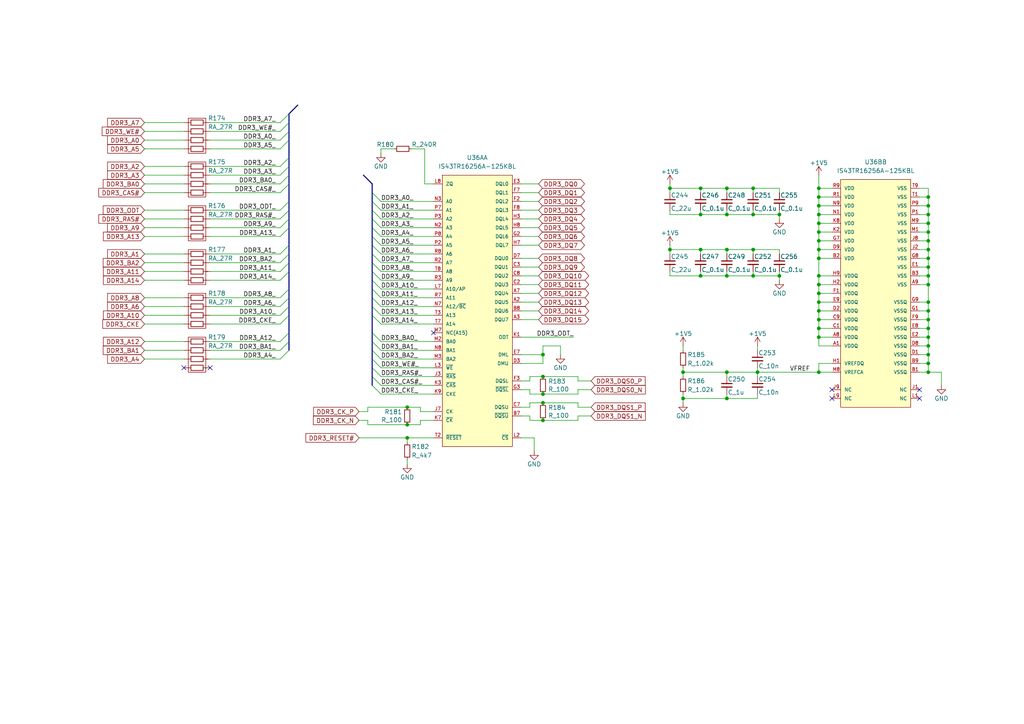
<source format=kicad_sch>
(kicad_sch (version 20250114) (generator "eeschema") (generator_version "9.0")
  (paper "A4")
  (title_block (rev "v2") (comment 1 "Copyright Dejan Priversek 2017"))
  (junction (at 237.49 97.79))
  (junction (at 269.24 74.93))
  (junction (at 210.82 72.39))
  (junction (at 269.24 92.71))
  (junction (at 237.49 64.77))
  (junction (at 237.49 80.01))
  (junction (at 237.49 107.95))
  (junction (at 269.24 100.33))
  (junction (at 269.24 80.01))
  (junction (at 237.49 57.15))
  (junction (at 269.24 72.39))
  (junction (at 237.49 67.31))
  (junction (at 269.24 62.23))
  (junction (at 237.49 85.09))
  (junction (at 198.12 107.95))
  (junction (at 237.49 82.55))
  (junction (at 157.48 102.87))
  (junction (at 269.24 90.17))
  (junction (at 203.2 54.61))
  (junction (at 269.24 67.31))
  (junction (at 269.24 95.25))
  (junction (at 203.2 72.39))
  (junction (at 269.24 77.47))
  (junction (at 218.44 54.61))
  (junction (at 218.44 62.23))
  (junction (at 237.49 59.69))
  (junction (at 157.48 116.84))
  (junction (at 226.06 80.01))
  (junction (at 269.24 69.85))
  (junction (at 237.49 87.63))
  (junction (at 157.48 114.3))
  (junction (at 210.82 62.23))
  (junction (at 269.24 97.79))
  (junction (at 269.24 82.55))
  (junction (at 218.44 72.39))
  (junction (at 269.24 59.69))
  (junction (at 118.11 127))
  (junction (at 210.82 115.57))
  (junction (at 237.49 74.93))
  (junction (at 237.49 90.17))
  (junction (at 218.44 80.01))
  (junction (at 269.24 105.41))
  (junction (at 210.82 107.95))
  (junction (at 269.24 107.95))
  (junction (at 157.48 109.22))
  (junction (at 194.31 54.61))
  (junction (at 203.2 62.23))
  (junction (at 194.31 72.39))
  (junction (at 237.49 95.25))
  (junction (at 203.2 80.01))
  (junction (at 226.06 62.23))
  (junction (at 269.24 57.15))
  (junction (at 237.49 54.61))
  (junction (at 269.24 102.87))
  (junction (at 157.48 121.92))
  (junction (at 198.12 115.57))
  (junction (at 219.71 107.95))
  (junction (at 118.11 123.19))
  (junction (at 210.82 80.01))
  (junction (at 237.49 92.71))
  (junction (at 237.49 69.85))
  (junction (at 269.24 64.77))
  (junction (at 237.49 72.39))
  (junction (at 210.82 54.61))
  (junction (at 269.24 87.63))
  (junction (at 118.11 118.11))
  (junction (at 237.49 62.23))
  (no_connect (at 53.34 106.68))
  (no_connect (at 241.3 113.03))
  (no_connect (at 241.3 115.57))
  (no_connect (at 125.73 96.52))
  (no_connect (at 60.96 106.68))
  (no_connect (at 266.7 113.03))
  (no_connect (at 266.7 115.57))
  (bus_entry (at 81.28 50.8) (size 2.54 -2.54))
  (bus_entry (at 81.28 55.88) (size 2.54 -2.54))
  (bus_entry (at 81.28 76.2) (size 2.54 -2.54))
  (bus_entry (at 81.28 35.56) (size 2.54 -2.54))
  (bus_entry (at 107.95 81.28) (size 2.54 2.54))
  (bus_entry (at 107.95 78.74) (size 2.54 2.54))
  (bus_entry (at 107.95 68.58) (size 2.54 2.54))
  (bus_entry (at 81.28 88.9) (size 2.54 -2.54))
  (bus_entry (at 81.28 86.36) (size 2.54 -2.54))
  (bus_entry (at 81.28 63.5) (size 2.54 -2.54))
  (bus_entry (at 81.28 99.06) (size 2.54 -2.54))
  (bus_entry (at 81.28 43.18) (size 2.54 -2.54))
  (bus_entry (at 107.95 55.88) (size 2.54 2.54))
  (bus_entry (at 107.95 66.04) (size 2.54 2.54))
  (bus_entry (at 107.95 99.06) (size 2.54 2.54))
  (bus_entry (at 107.95 58.42) (size 2.54 2.54))
  (bus_entry (at 107.95 91.44) (size 2.54 2.54))
  (bus_entry (at 107.95 106.68) (size 2.54 2.54))
  (bus_entry (at 81.28 60.96) (size 2.54 -2.54))
  (bus_entry (at 81.28 68.58) (size 2.54 -2.54))
  (bus_entry (at 107.95 83.82) (size 2.54 2.54))
  (bus_entry (at 81.28 38.1) (size 2.54 -2.54))
  (bus_entry (at 81.28 73.66) (size 2.54 -2.54))
  (bus_entry (at 107.95 76.2) (size 2.54 2.54))
  (bus_entry (at 107.95 73.66) (size 2.54 2.54))
  (bus_entry (at 107.95 71.12) (size 2.54 2.54))
  (bus_entry (at 81.28 53.34) (size 2.54 -2.54))
  (bus_entry (at 81.28 78.74) (size 2.54 -2.54))
  (bus_entry (at 81.28 66.04) (size 2.54 -2.54))
  (bus_entry (at 81.28 93.98) (size 2.54 -2.54))
  (bus_entry (at 81.28 48.26) (size 2.54 -2.54))
  (bus_entry (at 107.95 111.76) (size 2.54 2.54))
  (bus_entry (at 107.95 104.14) (size 2.54 2.54))
  (bus_entry (at 81.28 40.64) (size 2.54 -2.54))
  (bus_entry (at 81.28 91.44) (size 2.54 -2.54))
  (bus_entry (at 107.95 88.9) (size 2.54 2.54))
  (bus_entry (at 107.95 101.6) (size 2.54 2.54))
  (bus_entry (at 107.95 86.36) (size 2.54 2.54))
  (bus_entry (at 107.95 96.52) (size 2.54 2.54))
  (bus_entry (at 107.95 63.5) (size 2.54 2.54))
  (bus_entry (at 107.95 109.22) (size 2.54 2.54))
  (bus_entry (at 81.28 81.28) (size 2.54 -2.54))
  (bus_entry (at 81.28 104.14) (size 2.54 -2.54))
  (bus_entry (at 81.28 101.6) (size 2.54 -2.54))
  (bus_entry (at 107.95 60.96) (size 2.54 2.54))
  (wire (pts (xy 269.24 107.95) (xy 273.05 107.95)))
  (wire (pts (xy 269.24 105.41) (xy 269.24 107.95)))
  (wire (pts (xy 151.13 55.88) (xy 156.21 55.88)))
  (wire (pts (xy 218.44 54.61) (xy 226.06 54.61)))
  (bus (pts (xy 107.95 96.52) (xy 107.95 99.06)))
  (wire (pts (xy 269.24 105.41) (xy 266.7 105.41)))
  (wire (pts (xy 210.82 72.39) (xy 218.44 72.39)))
  (wire (pts (xy 123.19 43.18) (xy 119.38 43.18)))
  (wire (pts (xy 125.73 88.9) (xy 110.49 88.9)))
  (wire (pts (xy 153.67 113.03) (xy 153.67 114.3)))
  (wire (pts (xy 269.24 90.17) (xy 269.24 92.71)))
  (bus (pts (xy 83.82 83.82) (xy 83.82 86.36)))
  (wire (pts (xy 194.31 62.23) (xy 203.2 62.23)))
  (wire (pts (xy 110.49 114.3) (xy 125.73 114.3)))
  (wire (pts (xy 60.96 40.64) (xy 81.28 40.64)))
  (wire (pts (xy 41.91 78.74) (xy 53.34 78.74)))
  (bus (pts (xy 83.82 35.56) (xy 83.82 38.1)))
  (wire (pts (xy 41.91 93.98) (xy 53.34 93.98)))
  (wire (pts (xy 118.11 127) (xy 125.73 127)))
  (wire (pts (xy 210.82 80.01) (xy 210.82 78.74)))
  (wire (pts (xy 203.2 72.39) (xy 203.2 73.66)))
  (wire (pts (xy 237.49 105.41) (xy 237.49 107.95)))
  (wire (pts (xy 157.48 100.33) (xy 157.48 102.87)))
  (wire (pts (xy 60.96 81.28) (xy 81.28 81.28)))
  (wire (pts (xy 210.82 114.3) (xy 210.82 115.57)))
  (wire (pts (xy 198.12 106.68) (xy 198.12 107.95)))
  (wire (pts (xy 237.49 59.69) (xy 237.49 62.23)))
  (wire (pts (xy 210.82 72.39) (xy 210.82 73.66)))
  (wire (pts (xy 41.91 66.04) (xy 53.34 66.04)))
  (bus (pts (xy 107.95 101.6) (xy 107.95 104.14)))
  (wire (pts (xy 237.49 67.31) (xy 241.3 67.31)))
  (wire (pts (xy 269.24 74.93) (xy 266.7 74.93)))
  (wire (pts (xy 237.49 80.01) (xy 237.49 82.55)))
  (wire (pts (xy 237.49 64.77) (xy 237.49 67.31)))
  (wire (pts (xy 151.13 53.34) (xy 156.21 53.34)))
  (wire (pts (xy 153.67 118.11) (xy 151.13 118.11)))
  (wire (pts (xy 219.71 107.95) (xy 219.71 109.22)))
  (wire (pts (xy 219.71 106.68) (xy 219.71 107.95)))
  (wire (pts (xy 237.49 95.25) (xy 241.3 95.25)))
  (wire (pts (xy 60.96 88.9) (xy 81.28 88.9)))
  (wire (pts (xy 203.2 54.61) (xy 210.82 54.61)))
  (wire (pts (xy 167.64 121.92) (xy 167.64 120.65)))
  (wire (pts (xy 60.96 60.96) (xy 81.28 60.96)))
  (wire (pts (xy 226.06 60.96) (xy 226.06 62.23)))
  (wire (pts (xy 125.73 104.14) (xy 110.49 104.14)))
  (wire (pts (xy 218.44 80.01) (xy 218.44 78.74)))
  (wire (pts (xy 203.2 62.23) (xy 210.82 62.23)))
  (wire (pts (xy 210.82 62.23) (xy 218.44 62.23)))
  (wire (pts (xy 151.13 120.65) (xy 153.67 120.65)))
  (wire (pts (xy 171.45 110.49) (xy 167.64 110.49)))
  (wire (pts (xy 157.48 109.22) (xy 153.67 109.22)))
  (wire (pts (xy 125.73 121.92) (xy 121.92 121.92)))
  (wire (pts (xy 269.24 57.15) (xy 269.24 59.69)))
  (wire (pts (xy 125.73 58.42) (xy 110.49 58.42)))
  (wire (pts (xy 118.11 128.27) (xy 118.11 127)))
  (wire (pts (xy 151.13 90.17) (xy 156.21 90.17)))
  (wire (pts (xy 60.96 48.26) (xy 81.28 48.26)))
  (wire (pts (xy 269.24 92.71) (xy 269.24 95.25)))
  (wire (pts (xy 237.49 82.55) (xy 241.3 82.55)))
  (bus (pts (xy 83.82 71.12) (xy 83.82 73.66)))
  (wire (pts (xy 60.96 55.88) (xy 81.28 55.88)))
  (wire (pts (xy 269.24 80.01) (xy 266.7 80.01)))
  (wire (pts (xy 203.2 54.61) (xy 203.2 55.88)))
  (bus (pts (xy 83.82 50.8) (xy 83.82 53.34)))
  (wire (pts (xy 41.91 43.18) (xy 53.34 43.18)))
  (wire (pts (xy 41.91 35.56) (xy 53.34 35.56)))
  (wire (pts (xy 167.64 114.3) (xy 167.64 113.03)))
  (wire (pts (xy 167.64 116.84) (xy 157.48 116.84)))
  (wire (pts (xy 41.91 101.6) (xy 53.34 101.6)))
  (wire (pts (xy 151.13 97.79) (xy 166.37 97.79)))
  (wire (pts (xy 41.91 53.34) (xy 53.34 53.34)))
  (wire (pts (xy 269.24 82.55) (xy 269.24 87.63)))
  (wire (pts (xy 104.14 127) (xy 118.11 127)))
  (wire (pts (xy 157.48 102.87) (xy 157.48 105.41)))
  (wire (pts (xy 194.31 80.01) (xy 203.2 80.01)))
  (wire (pts (xy 237.49 95.25) (xy 237.49 97.79)))
  (wire (pts (xy 219.71 115.57) (xy 219.71 114.3)))
  (wire (pts (xy 151.13 113.03) (xy 153.67 113.03)))
  (wire (pts (xy 41.91 76.2) (xy 53.34 76.2)))
  (wire (pts (xy 167.64 110.49) (xy 167.64 109.22)))
  (bus (pts (xy 107.95 63.5) (xy 107.95 66.04)))
  (wire (pts (xy 151.13 66.04) (xy 156.21 66.04)))
  (wire (pts (xy 237.49 72.39) (xy 237.49 74.93)))
  (wire (pts (xy 125.73 76.2) (xy 110.49 76.2)))
  (wire (pts (xy 125.73 66.04) (xy 110.49 66.04)))
  (wire (pts (xy 162.56 100.33) (xy 162.56 102.87)))
  (wire (pts (xy 118.11 133.35) (xy 118.11 134.62)))
  (wire (pts (xy 41.91 81.28) (xy 53.34 81.28)))
  (bus (pts (xy 83.82 88.9) (xy 83.82 91.44)))
  (wire (pts (xy 237.49 59.69) (xy 241.3 59.69)))
  (wire (pts (xy 269.24 62.23) (xy 269.24 64.77)))
  (bus (pts (xy 107.95 53.34) (xy 107.95 55.88)))
  (wire (pts (xy 41.91 88.9) (xy 53.34 88.9)))
  (wire (pts (xy 41.91 63.5) (xy 53.34 63.5)))
  (wire (pts (xy 194.31 80.01) (xy 194.31 78.74)))
  (wire (pts (xy 157.48 100.33) (xy 162.56 100.33)))
  (wire (pts (xy 194.31 71.12) (xy 194.31 72.39)))
  (bus (pts (xy 107.95 66.04) (xy 107.95 68.58)))
  (wire (pts (xy 151.13 77.47) (xy 156.21 77.47)))
  (wire (pts (xy 226.06 80.01) (xy 226.06 81.28)))
  (wire (pts (xy 151.13 92.71) (xy 156.21 92.71)))
  (bus (pts (xy 83.82 38.1) (xy 83.82 40.64)))
  (bus (pts (xy 107.95 86.36) (xy 107.95 88.9)))
  (wire (pts (xy 269.24 92.71) (xy 266.7 92.71)))
  (wire (pts (xy 151.13 68.58) (xy 156.21 68.58)))
  (wire (pts (xy 41.91 55.88) (xy 53.34 55.88)))
  (wire (pts (xy 151.13 85.09) (xy 156.21 85.09)))
  (wire (pts (xy 110.49 43.18) (xy 110.49 44.45)))
  (bus (pts (xy 83.82 86.36) (xy 83.82 88.9)))
  (wire (pts (xy 41.91 68.58) (xy 53.34 68.58)))
  (bus (pts (xy 107.95 104.14) (xy 107.95 106.68)))
  (bus (pts (xy 83.82 33.02) (xy 86.36 30.48)))
  (bus (pts (xy 107.95 99.06) (xy 107.95 101.6)))
  (wire (pts (xy 121.92 118.11) (xy 118.11 118.11)))
  (bus (pts (xy 107.95 81.28) (xy 107.95 83.82)))
  (wire (pts (xy 237.49 50.8) (xy 237.49 54.61)))
  (wire (pts (xy 106.68 119.38) (xy 106.68 118.11)))
  (wire (pts (xy 123.19 53.34) (xy 123.19 43.18)))
  (wire (pts (xy 269.24 59.69) (xy 266.7 59.69)))
  (wire (pts (xy 154.94 127) (xy 151.13 127)))
  (bus (pts (xy 105.41 50.8) (xy 107.95 53.34)))
  (wire (pts (xy 125.73 86.36) (xy 110.49 86.36)))
  (wire (pts (xy 60.96 86.36) (xy 81.28 86.36)))
  (wire (pts (xy 151.13 74.93) (xy 156.21 74.93)))
  (wire (pts (xy 237.49 87.63) (xy 237.49 90.17)))
  (wire (pts (xy 151.13 60.96) (xy 156.21 60.96)))
  (wire (pts (xy 269.24 87.63) (xy 266.7 87.63)))
  (bus (pts (xy 107.95 91.44) (xy 107.95 96.52)))
  (wire (pts (xy 237.49 72.39) (xy 241.3 72.39)))
  (wire (pts (xy 237.49 82.55) (xy 237.49 85.09)))
  (wire (pts (xy 60.96 63.5) (xy 81.28 63.5)))
  (wire (pts (xy 273.05 107.95) (xy 273.05 111.76)))
  (bus (pts (xy 107.95 73.66) (xy 107.95 76.2)))
  (wire (pts (xy 60.96 38.1) (xy 81.28 38.1)))
  (wire (pts (xy 226.06 54.61) (xy 226.06 55.88)))
  (bus (pts (xy 107.95 88.9) (xy 107.95 91.44)))
  (wire (pts (xy 41.91 48.26) (xy 53.34 48.26)))
  (wire (pts (xy 41.91 104.14) (xy 53.34 104.14)))
  (wire (pts (xy 269.24 67.31) (xy 266.7 67.31)))
  (wire (pts (xy 157.48 116.84) (xy 153.67 116.84)))
  (bus (pts (xy 83.82 33.02) (xy 83.82 35.56)))
  (wire (pts (xy 269.24 90.17) (xy 266.7 90.17)))
  (wire (pts (xy 237.49 87.63) (xy 241.3 87.63)))
  (wire (pts (xy 198.12 114.3) (xy 198.12 115.57)))
  (bus (pts (xy 107.95 83.82) (xy 107.95 86.36)))
  (wire (pts (xy 125.73 71.12) (xy 110.49 71.12)))
  (wire (pts (xy 237.49 85.09) (xy 237.49 87.63)))
  (wire (pts (xy 41.91 60.96) (xy 53.34 60.96)))
  (wire (pts (xy 237.49 57.15) (xy 241.3 57.15)))
  (wire (pts (xy 151.13 102.87) (xy 157.48 102.87)))
  (wire (pts (xy 218.44 72.39) (xy 226.06 72.39)))
  (bus (pts (xy 107.95 55.88) (xy 107.95 58.42)))
  (wire (pts (xy 121.92 121.92) (xy 121.92 123.19)))
  (wire (pts (xy 104.14 119.38) (xy 106.68 119.38)))
  (wire (pts (xy 125.73 99.06) (xy 110.49 99.06)))
  (bus (pts (xy 83.82 66.04) (xy 83.82 71.12)))
  (bus (pts (xy 83.82 60.96) (xy 83.82 63.5)))
  (wire (pts (xy 194.31 54.61) (xy 203.2 54.61)))
  (wire (pts (xy 154.94 127) (xy 154.94 130.81)))
  (wire (pts (xy 269.24 64.77) (xy 266.7 64.77)))
  (wire (pts (xy 60.96 50.8) (xy 81.28 50.8)))
  (bus (pts (xy 83.82 45.72) (xy 83.82 48.26)))
  (wire (pts (xy 60.96 53.34) (xy 81.28 53.34)))
  (wire (pts (xy 269.24 87.63) (xy 269.24 90.17)))
  (wire (pts (xy 153.67 121.92) (xy 157.48 121.92)))
  (wire (pts (xy 106.68 121.92) (xy 106.68 123.19)))
  (wire (pts (xy 60.96 91.44) (xy 81.28 91.44)))
  (wire (pts (xy 266.7 57.15) (xy 269.24 57.15)))
  (wire (pts (xy 269.24 100.33) (xy 266.7 100.33)))
  (wire (pts (xy 237.49 80.01) (xy 241.3 80.01)))
  (wire (pts (xy 269.24 72.39) (xy 266.7 72.39)))
  (wire (pts (xy 210.82 107.95) (xy 219.71 107.95)))
  (wire (pts (xy 237.49 69.85) (xy 237.49 72.39)))
  (bus (pts (xy 107.95 71.12) (xy 107.95 73.66)))
  (wire (pts (xy 194.31 54.61) (xy 194.31 55.88)))
  (wire (pts (xy 153.67 120.65) (xy 153.67 121.92)))
  (wire (pts (xy 167.64 113.03) (xy 171.45 113.03)))
  (wire (pts (xy 153.67 110.49) (xy 151.13 110.49)))
  (wire (pts (xy 167.64 120.65) (xy 171.45 120.65)))
  (bus (pts (xy 83.82 76.2) (xy 83.82 78.74)))
  (wire (pts (xy 157.48 114.3) (xy 167.64 114.3)))
  (wire (pts (xy 269.24 67.31) (xy 269.24 69.85)))
  (wire (pts (xy 269.24 54.61) (xy 266.7 54.61)))
  (bus (pts (xy 83.82 48.26) (xy 83.82 50.8)))
  (wire (pts (xy 269.24 102.87) (xy 269.24 105.41)))
  (wire (pts (xy 269.24 64.77) (xy 269.24 67.31)))
  (wire (pts (xy 219.71 107.95) (xy 237.49 107.95)))
  (wire (pts (xy 219.71 100.33) (xy 219.71 101.6)))
  (wire (pts (xy 194.31 53.34) (xy 194.31 54.61)))
  (wire (pts (xy 198.12 115.57) (xy 198.12 116.84)))
  (wire (pts (xy 237.49 90.17) (xy 237.49 92.71)))
  (wire (pts (xy 218.44 60.96) (xy 218.44 62.23)))
  (wire (pts (xy 198.12 107.95) (xy 198.12 109.22)))
  (bus (pts (xy 107.95 68.58) (xy 107.95 71.12)))
  (wire (pts (xy 218.44 72.39) (xy 218.44 73.66)))
  (wire (pts (xy 269.24 95.25) (xy 269.24 97.79)))
  (wire (pts (xy 210.82 109.22) (xy 210.82 107.95)))
  (bus (pts (xy 83.82 78.74) (xy 83.82 83.82)))
  (wire (pts (xy 237.49 62.23) (xy 237.49 64.77)))
  (wire (pts (xy 151.13 87.63) (xy 156.21 87.63)))
  (wire (pts (xy 269.24 97.79) (xy 266.7 97.79)))
  (wire (pts (xy 237.49 107.95) (xy 241.3 107.95)))
  (wire (pts (xy 125.73 101.6) (xy 110.49 101.6)))
  (wire (pts (xy 210.82 60.96) (xy 210.82 62.23)))
  (wire (pts (xy 269.24 77.47) (xy 266.7 77.47)))
  (wire (pts (xy 125.73 53.34) (xy 123.19 53.34)))
  (wire (pts (xy 218.44 80.01) (xy 226.06 80.01)))
  (wire (pts (xy 203.2 72.39) (xy 210.82 72.39)))
  (wire (pts (xy 41.91 73.66) (xy 53.34 73.66)))
  (wire (pts (xy 237.49 54.61) (xy 237.49 57.15)))
  (wire (pts (xy 237.49 57.15) (xy 237.49 59.69)))
  (wire (pts (xy 41.91 50.8) (xy 53.34 50.8)))
  (wire (pts (xy 157.48 105.41) (xy 151.13 105.41)))
  (wire (pts (xy 167.64 109.22) (xy 157.48 109.22)))
  (wire (pts (xy 237.49 85.09) (xy 241.3 85.09)))
  (wire (pts (xy 269.24 100.33) (xy 269.24 102.87)))
  (wire (pts (xy 60.96 35.56) (xy 81.28 35.56)))
  (wire (pts (xy 198.12 107.95) (xy 210.82 107.95)))
  (wire (pts (xy 237.49 67.31) (xy 237.49 69.85)))
  (wire (pts (xy 157.48 121.92) (xy 167.64 121.92)))
  (wire (pts (xy 110.49 109.22) (xy 125.73 109.22)))
  (wire (pts (xy 118.11 123.19) (xy 121.92 123.19)))
  (wire (pts (xy 125.73 63.5) (xy 110.49 63.5)))
  (wire (pts (xy 125.73 60.96) (xy 110.49 60.96)))
  (wire (pts (xy 237.49 64.77) (xy 241.3 64.77)))
  (wire (pts (xy 151.13 80.01) (xy 156.21 80.01)))
  (wire (pts (xy 153.67 116.84) (xy 153.67 118.11)))
  (wire (pts (xy 153.67 114.3) (xy 157.48 114.3)))
  (bus (pts (xy 107.95 76.2) (xy 107.95 78.74)))
  (wire (pts (xy 153.67 109.22) (xy 153.67 110.49)))
  (wire (pts (xy 151.13 71.12) (xy 156.21 71.12)))
  (wire (pts (xy 210.82 54.61) (xy 218.44 54.61)))
  (wire (pts (xy 269.24 69.85) (xy 266.7 69.85)))
  (wire (pts (xy 151.13 63.5) (xy 156.21 63.5)))
  (wire (pts (xy 125.73 78.74) (xy 110.49 78.74)))
  (wire (pts (xy 241.3 54.61) (xy 237.49 54.61)))
  (wire (pts (xy 269.24 72.39) (xy 269.24 74.93)))
  (bus (pts (xy 83.82 73.66) (xy 83.82 76.2)))
  (wire (pts (xy 41.91 99.06) (xy 53.34 99.06)))
  (wire (pts (xy 210.82 54.61) (xy 210.82 55.88)))
  (wire (pts (xy 237.49 97.79) (xy 241.3 97.79)))
  (wire (pts (xy 125.73 73.66) (xy 110.49 73.66)))
  (wire (pts (xy 237.49 92.71) (xy 237.49 95.25)))
  (wire (pts (xy 194.31 72.39) (xy 194.31 73.66)))
  (wire (pts (xy 171.45 118.11) (xy 167.64 118.11)))
  (bus (pts (xy 83.82 63.5) (xy 83.82 66.04)))
  (wire (pts (xy 194.31 62.23) (xy 194.31 60.96)))
  (wire (pts (xy 125.73 93.98) (xy 110.49 93.98)))
  (wire (pts (xy 60.96 66.04) (xy 81.28 66.04)))
  (wire (pts (xy 60.96 68.58) (xy 81.28 68.58)))
  (wire (pts (xy 203.2 60.96) (xy 203.2 62.23)))
  (wire (pts (xy 60.96 78.74) (xy 81.28 78.74)))
  (wire (pts (xy 41.91 40.64) (xy 53.34 40.64)))
  (wire (pts (xy 237.49 90.17) (xy 241.3 90.17)))
  (wire (pts (xy 41.91 86.36) (xy 53.34 86.36)))
  (wire (pts (xy 114.3 43.18) (xy 110.49 43.18)))
  (wire (pts (xy 125.73 119.38) (xy 121.92 119.38)))
  (wire (pts (xy 237.49 74.93) (xy 241.3 74.93)))
  (bus (pts (xy 83.82 53.34) (xy 83.82 58.42)))
  (wire (pts (xy 125.73 68.58) (xy 110.49 68.58)))
  (wire (pts (xy 60.96 104.14) (xy 81.28 104.14)))
  (bus (pts (xy 83.82 40.64) (xy 83.82 45.72)))
  (wire (pts (xy 269.24 62.23) (xy 266.7 62.23)))
  (wire (pts (xy 210.82 80.01) (xy 218.44 80.01)))
  (wire (pts (xy 237.49 74.93) (xy 237.49 80.01)))
  (wire (pts (xy 198.12 101.6) (xy 198.12 100.33)))
  (wire (pts (xy 218.44 62.23) (xy 226.06 62.23)))
  (wire (pts (xy 203.2 80.01) (xy 210.82 80.01)))
  (bus (pts (xy 107.95 109.22) (xy 107.95 111.76)))
  (wire (pts (xy 269.24 69.85) (xy 269.24 72.39)))
  (wire (pts (xy 269.24 95.25) (xy 266.7 95.25)))
  (wire (pts (xy 125.73 83.82) (xy 110.49 83.82)))
  (wire (pts (xy 60.96 43.18) (xy 81.28 43.18)))
  (wire (pts (xy 104.14 121.92) (xy 106.68 121.92)))
  (wire (pts (xy 269.24 82.55) (xy 266.7 82.55)))
  (wire (pts (xy 60.96 73.66) (xy 81.28 73.66)))
  (wire (pts (xy 226.06 72.39) (xy 226.06 73.66)))
  (wire (pts (xy 110.49 106.68) (xy 125.73 106.68)))
  (wire (pts (xy 121.92 119.38) (xy 121.92 118.11)))
  (wire (pts (xy 237.49 69.85) (xy 241.3 69.85)))
  (wire (pts (xy 60.96 99.06) (xy 81.28 99.06)))
  (wire (pts (xy 269.24 77.47) (xy 269.24 80.01)))
  (wire (pts (xy 237.49 92.71) (xy 241.3 92.71)))
  (wire (pts (xy 269.24 102.87) (xy 266.7 102.87)))
  (bus (pts (xy 107.95 106.68) (xy 107.95 109.22)))
  (wire (pts (xy 110.49 111.76) (xy 125.73 111.76)))
  (wire (pts (xy 60.96 76.2) (xy 81.28 76.2)))
  (wire (pts (xy 60.96 101.6) (xy 81.28 101.6)))
  (wire (pts (xy 125.73 91.44) (xy 110.49 91.44)))
  (wire (pts (xy 237.49 62.23) (xy 241.3 62.23)))
  (wire (pts (xy 106.68 123.19) (xy 118.11 123.19)))
  (bus (pts (xy 83.82 58.42) (xy 83.82 60.96)))
  (wire (pts (xy 218.44 54.61) (xy 218.44 55.88)))
  (bus (pts (xy 107.95 60.96) (xy 107.95 63.5)))
  (wire (pts (xy 203.2 78.74) (xy 203.2 80.01)))
  (bus (pts (xy 83.82 99.06) (xy 83.82 101.6)))
  (wire (pts (xy 226.06 78.74) (xy 226.06 80.01)))
  (bus (pts (xy 107.95 58.42) (xy 107.95 60.96)))
  (wire (pts (xy 269.24 74.93) (xy 269.24 77.47)))
  (bus (pts (xy 83.82 96.52) (xy 83.82 99.06)))
  (wire (pts (xy 198.12 115.57) (xy 210.82 115.57)))
  (wire (pts (xy 60.96 93.98) (xy 81.28 93.98)))
  (wire (pts (xy 269.24 54.61) (xy 269.24 57.15)))
  (wire (pts (xy 210.82 115.57) (xy 219.71 115.57)))
  (wire (pts (xy 237.49 100.33) (xy 241.3 100.33)))
  (wire (pts (xy 151.13 58.42) (xy 156.21 58.42)))
  (wire (pts (xy 266.7 107.95) (xy 269.24 107.95)))
  (bus (pts (xy 107.95 78.74) (xy 107.95 81.28)))
  (wire (pts (xy 167.64 118.11) (xy 167.64 116.84)))
  (wire (pts (xy 226.06 62.23) (xy 226.06 63.5)))
  (wire (pts (xy 41.91 38.1) (xy 53.34 38.1)))
  (wire (pts (xy 118.11 118.11) (xy 106.68 118.11)))
  (wire (pts (xy 151.13 82.55) (xy 156.21 82.55)))
  (wire (pts (xy 269.24 59.69) (xy 269.24 62.23)))
  (wire (pts (xy 269.24 80.01) (xy 269.24 82.55)))
  (wire (pts (xy 41.91 91.44) (xy 53.34 91.44)))
  (bus (pts (xy 83.82 91.44) (xy 83.82 96.52)))
  (wire (pts (xy 125.73 81.28) (xy 110.49 81.28)))
  (wire (pts (xy 237.49 97.79) (xy 237.49 100.33)))
  (wire (pts (xy 194.31 72.39) (xy 203.2 72.39)))
  (wire (pts (xy 237.49 105.41) (xy 241.3 105.41)))
  (wire (pts (xy 269.24 97.79) (xy 269.24 100.33)))
  (label "DDR3_A12_" (at 110.49 88.9 0))
  (label "DDR3_A4_" (at 80.01 104.14 180))
  (label "DDR3_A9_" (at 110.49 81.28 0))
  (label "DDR3_A4_" (at 110.49 68.58 0))
  (label "DDR3_RAS#_" (at 110.49 109.22 0))
  (label "DDR3_A6_" (at 110.49 73.66 0))
  (label "DDR3_BA1_" (at 80.01 101.6 180))
  (label "DDR3_A7_" (at 110.49 76.2 0))
  (label "DDR3_A0_" (at 80.01 40.64 180))
  (label "DDR3_A3_" (at 80.01 50.8 180))
  (label "DDR3_A8_" (at 110.49 78.74 0))
  (label "DDR3_BA2_" (at 80.01 76.2 180))
  (label "DDR3_WE#_" (at 80.01 38.1 180))
  (label "DDR3_A5_" (at 110.49 71.12 0))
  (label "DDR3_A13_" (at 110.49 91.44 0))
  (label "DDR3_ODT_" (at 80.01 60.96 180))
  (label "DDR3_RAS#_" (at 80.01 63.5 180))
  (label "DDR3_BA2_" (at 110.49 104.14 0))
  (label "VFREF" (at 234.95 107.95 180))
  (label "DDR3_BA0_" (at 80.01 53.34 180))
  (label "DDR3_A3_" (at 110.49 66.04 0))
  (label "DDR3_ODT_" (at 166.37 97.79 180))
  (label "DDR3_A10_" (at 110.49 83.82 0))
  (label "DDR3_A2_" (at 110.49 63.5 0))
  (label "DDR3_WE#_" (at 110.49 106.68 0))
  (label "DDR3_CAS#_" (at 110.49 111.76 0))
  (label "DDR3_A11_" (at 80.01 78.74 180))
  (label "DDR3_A5_" (at 80.01 43.18 180))
  (label "DDR3_A8_" (at 80.01 86.36 180))
  (label "DDR3_A9_" (at 80.01 66.04 180))
  (label "DDR3_A13_" (at 80.01 68.58 180))
  (label "DDR3_A0_" (at 110.49 58.42 0))
  (label "DDR3_A2_" (at 80.01 48.26 180))
  (label "DDR3_BA0_" (at 110.49 99.06 0))
  (label "DDR3_A10_" (at 80.01 91.44 180))
  (label "DDR3_A7_" (at 80.01 35.56 180))
  (label "DDR3_A11_" (at 110.49 86.36 0))
  (label "DDR3_A1_" (at 110.49 60.96 0))
  (label "DDR3_A6_" (at 80.01 88.9 180))
  (label "DDR3_CKE_" (at 80.01 93.98 180))
  (label "DDR3_A14_" (at 110.49 93.98 0))
  (label "DDR3_CKE_" (at 110.49 114.3 0))
  (label "DDR3_A14_" (at 80.01 81.28 180))
  (label "DDR3_CAS#_" (at 80.01 55.88 180))
  (label "DDR3_BA1_" (at 110.49 101.6 0))
  (label "DDR3_A1_" (at 80.01 73.66 180))
  (label "DDR3_A12_" (at 80.01 99.06 180))
  (global_label "DDR3_DQS1_P" (shape input) (at 171.45 118.11 0) (property "Intersheetrefs" "${INTERSHEET_REFS}" (effects (hide yes))))
  (global_label "DDR3_BA0" (shape input) (at 41.91 53.34 180) (property "Intersheetrefs" "${INTERSHEET_REFS}" (effects (hide yes))))
  (global_label "DDR3_ODT" (shape input) (at 41.91 60.96 180) (property "Intersheetrefs" "${INTERSHEET_REFS}" (effects (hide yes))))
  (global_label "DDR3_DQS0_N" (shape input) (at 171.45 113.03 0) (property "Intersheetrefs" "${INTERSHEET_REFS}" (effects (hide yes))))
  (global_label "DDR3_A12" (shape input) (at 41.91 99.06 180) (property "Intersheetrefs" "${INTERSHEET_REFS}" (effects (hide yes))))
  (global_label "DDR3_A13" (shape input) (at 41.91 68.58 180) (property "Intersheetrefs" "${INTERSHEET_REFS}" (effects (hide yes))))
  (global_label "DDR3_A10" (shape input) (at 41.91 91.44 180) (property "Intersheetrefs" "${INTERSHEET_REFS}" (effects (hide yes))))
  (global_label "DDR3_A4" (shape input) (at 41.91 104.14 180) (property "Intersheetrefs" "${INTERSHEET_REFS}" (effects (hide yes))))
  (global_label "DDR3_DQ12" (shape bidirectional) (at 156.21 85.09 0) (property "Intersheetrefs" "${INTERSHEET_REFS}" (effects (hide yes))))
  (global_label "DDR3_DQ15" (shape bidirectional) (at 156.21 92.71 0) (property "Intersheetrefs" "${INTERSHEET_REFS}" (effects (hide yes))))
  (global_label "DDR3_DQ4" (shape bidirectional) (at 156.21 63.5 0) (property "Intersheetrefs" "${INTERSHEET_REFS}" (effects (hide yes))))
  (global_label "DDR3_DQS0_P" (shape input) (at 171.45 110.49 0) (property "Intersheetrefs" "${INTERSHEET_REFS}" (effects (hide yes))))
  (global_label "DDR3_DQS1_N" (shape input) (at 171.45 120.65 0) (property "Intersheetrefs" "${INTERSHEET_REFS}" (effects (hide yes))))
  (global_label "DDR3_DQ13" (shape bidirectional) (at 156.21 87.63 0) (property "Intersheetrefs" "${INTERSHEET_REFS}" (effects (hide yes))))
  (global_label "DDR3_CK_P" (shape input) (at 104.14 119.38 180) (property "Intersheetrefs" "${INTERSHEET_REFS}" (effects (hide yes))))
  (global_label "DDR3_CAS#" (shape input) (at 41.91 55.88 180) (property "Intersheetrefs" "${INTERSHEET_REFS}" (effects (hide yes))))
  (global_label "DDR3_A5" (shape input) (at 41.91 43.18 180) (property "Intersheetrefs" "${INTERSHEET_REFS}" (effects (hide yes))))
  (global_label "DDR3_A11" (shape input) (at 41.91 78.74 180) (property "Intersheetrefs" "${INTERSHEET_REFS}" (effects (hide yes))))
  (global_label "DDR3_A0" (shape input) (at 41.91 40.64 180) (property "Intersheetrefs" "${INTERSHEET_REFS}" (effects (hide yes))))
  (global_label "DDR3_A1" (shape input) (at 41.91 73.66 180) (property "Intersheetrefs" "${INTERSHEET_REFS}" (effects (hide yes))))
  (global_label "DDR3_RESET#" (shape input) (at 104.14 127 180) (property "Intersheetrefs" "${INTERSHEET_REFS}" (effects (hide yes))))
  (global_label "DDR3_A8" (shape input) (at 41.91 86.36 180) (property "Intersheetrefs" "${INTERSHEET_REFS}" (effects (hide yes))))
  (global_label "DDR3_A9" (shape input) (at 41.91 66.04 180) (property "Intersheetrefs" "${INTERSHEET_REFS}" (effects (hide yes))))
  (global_label "DDR3_BA2" (shape input) (at 41.91 76.2 180) (property "Intersheetrefs" "${INTERSHEET_REFS}" (effects (hide yes))))
  (global_label "DDR3_CK_N" (shape input) (at 104.14 121.92 180) (property "Intersheetrefs" "${INTERSHEET_REFS}" (effects (hide yes))))
  (global_label "DDR3_DQ14" (shape bidirectional) (at 156.21 90.17 0) (property "Intersheetrefs" "${INTERSHEET_REFS}" (effects (hide yes))))
  (global_label "DDR3_A7" (shape input) (at 41.91 35.56 180) (property "Intersheetrefs" "${INTERSHEET_REFS}" (effects (hide yes))))
  (global_label "DDR3_RAS#" (shape input) (at 41.91 63.5 180) (property "Intersheetrefs" "${INTERSHEET_REFS}" (effects (hide yes))))
  (global_label "DDR3_A3" (shape input) (at 41.91 50.8 180) (property "Intersheetrefs" "${INTERSHEET_REFS}" (effects (hide yes))))
  (global_label "DDR3_WE#" (shape input) (at 41.91 38.1 180) (property "Intersheetrefs" "${INTERSHEET_REFS}" (effects (hide yes))))
  (global_label "DDR3_DQ1" (shape bidirectional) (at 156.21 55.88 0) (property "Intersheetrefs" "${INTERSHEET_REFS}" (effects (hide yes))))
  (global_label "DDR3_A2" (shape input) (at 41.91 48.26 180) (property "Intersheetrefs" "${INTERSHEET_REFS}" (effects (hide yes))))
  (global_label "DDR3_DQ11" (shape bidirectional) (at 156.21 82.55 0) (property "Intersheetrefs" "${INTERSHEET_REFS}" (effects (hide yes))))
  (global_label "DDR3_A6" (shape input) (at 41.91 88.9 180) (property "Intersheetrefs" "${INTERSHEET_REFS}" (effects (hide yes))))
  (global_label "DDR3_DQ5" (shape bidirectional) (at 156.21 66.04 0) (property "Intersheetrefs" "${INTERSHEET_REFS}" (effects (hide yes))))
  (global_label "DDR3_DQ0" (shape bidirectional) (at 156.21 53.34 0) (property "Intersheetrefs" "${INTERSHEET_REFS}" (effects (hide yes))))
  (global_label "DDR3_A14" (shape input) (at 41.91 81.28 180) (property "Intersheetrefs" "${INTERSHEET_REFS}" (effects (hide yes))))
  (global_label "DDR3_DQ3" (shape bidirectional) (at 156.21 60.96 0) (property "Intersheetrefs" "${INTERSHEET_REFS}" (effects (hide yes))))
  (global_label "DDR3_DQ6" (shape bidirectional) (at 156.21 68.58 0) (property "Intersheetrefs" "${INTERSHEET_REFS}" (effects (hide yes))))
  (global_label "DDR3_BA1" (shape input) (at 41.91 101.6 180) (property "Intersheetrefs" "${INTERSHEET_REFS}" (effects (hide yes))))
  (global_label "DDR3_DQ2" (shape bidirectional) (at 156.21 58.42 0) (property "Intersheetrefs" "${INTERSHEET_REFS}" (effects (hide yes))))
  (global_label "DDR3_DQ10" (shape bidirectional) (at 156.21 80.01 0) (property "Intersheetrefs" "${INTERSHEET_REFS}" (effects (hide yes))))
  (global_label "DDR3_DQ7" (shape bidirectional) (at 156.21 71.12 0) (property "Intersheetrefs" "${INTERSHEET_REFS}" (effects (hide yes))))
  (global_label "DDR3_DQ8" (shape bidirectional) (at 156.21 74.93 0) (property "Intersheetrefs" "${INTERSHEET_REFS}" (effects (hide yes))))
  (global_label "DDR3_DQ9" (shape bidirectional) (at 156.21 77.47 0) (property "Intersheetrefs" "${INTERSHEET_REFS}" (effects (hide yes))))
  (global_label "DDR3_CKE" (shape input) (at 41.91 93.98 180) (property "Intersheetrefs" "${INTERSHEET_REFS}" (effects (hide yes))))
  (symbol (lib_id "ScopefunParts:+1.5V") (at 237.49 50.8 0) (unit 1)
    (property "Reference" "#PWR0407" (effects (hide yes)))
    (property "Value" "+1V5" (at 237.49 47.244 0))
  )
  (symbol (lib_name "GND_12") (lib_id "Scopefun_v2-rescue:GND") (at 198.12 116.84 0) (unit 1)
    (property "Reference" "#PWR0408" (effects (hide yes)))
    (property "Value" "GND" (at 198.12 120.65 0))
  )
  (symbol (lib_name "GND_11") (lib_id "Scopefun_v2-rescue:GND") (at 273.05 111.76 0) (unit 1)
    (property "Reference" "#PWR0409" (effects (hide yes)))
    (property "Value" "GND" (at 273.05 115.57 0))
  )
  (symbol (lib_name "GND_16") (lib_id "Scopefun_v2-rescue:GND") (at 110.49 44.45 0) (unit 1)
    (property "Reference" "#PWR0410" (effects (hide yes)))
    (property "Value" "GND" (at 110.49 48.26 0))
  )
  (symbol (lib_id "ScopefunParts:R_4k7") (at 118.11 130.81 0) (unit 1)
    (property "Reference" "R182" (at 119.38 129.54 0) (effects (justify left)))
    (property "Value" "R_4k7" (at 119.38 132.08 0) (effects (justify left)))
    (property "Footprint" "ScopefunPackagesLibrary:R_0603" (effects (hide yes)))
    (property "Datasheet" "http://industrial.panasonic.com/cdbs/www-data/pdf/AOA0000/AOA0000CE2.pdf" (effects (hide yes)))
    (property "MFG Part#" "ERJ-3EKF4701V" (effects (hide yes)))
    (property "Description" "RES SMD 1% 1/10W 0603" (effects (hide yes)))
  )
  (symbol (lib_name "GND_13") (lib_id "Scopefun_v2-rescue:GND") (at 154.94 130.81 0) (unit 1)
    (property "Reference" "#PWR0411" (effects (hide yes)))
    (property "Value" "GND" (at 154.94 134.62 0))
  )
  (symbol (lib_name "GND_14") (lib_id "Scopefun_v2-rescue:GND") (at 162.56 102.87 0) (unit 1)
    (property "Reference" "#PWR0412" (effects (hide yes)))
    (property "Value" "GND" (at 162.56 106.68 0))
  )
  (symbol (lib_name "GND_15") (lib_id "Scopefun_v2-rescue:GND") (at 118.11 134.62 0) (unit 1)
    (property "Reference" "#PWR0413" (effects (hide yes)))
    (property "Value" "GND" (at 118.11 138.43 0))
  )
  (symbol (lib_id "ScopefunParts:R_240R") (at 116.84 43.18 270) (unit 1)
    (property "Reference" "R180" (at 109.22 41.91 90) (effects (justify left)))
    (property "Value" "R_240R" (at 119.38 41.91 90) (effects (justify left)))
    (property "Footprint" "ScopefunPackagesLibrary:R_0603" (effects (hide yes)))
    (property "Datasheet" "http://industrial.panasonic.com/cdbs/www-data/pdf/AOA0000/AOA0000CE2.pdf" (effects (hide yes)))
    (property "MFG Part#" "ERJ-3EKF2400V" (effects (hide yes)))
    (property "Description" "RES SMD 1% 1/10W 0603" (effects (hide yes)))
  )
  (symbol (lib_id "ScopefunParts:+1.5V") (at 198.12 100.33 0) (unit 1)
    (property "Reference" "#PWR0414" (effects (hide yes)))
    (property "Value" "+1V5" (at 198.12 96.774 0))
  )
  (symbol (lib_id "ScopefunParts:C_10n") (at 219.71 111.76 0) (unit 1)
    (property "Reference" "C254" (at 219.964 109.982 0) (effects (justify left)))
    (property "Value" "C_10n" (at 219.964 113.792 0) (effects (justify left)))
    (property "Footprint" "ScopefunPackagesLibrary:C_0603" (effects (hide yes)))
    (property "MFG Part#" "GRM1885C1H103JA01D" (effects (hide yes)))
    (property "Description" "MLCC - SMD/SMT 0603 50V C0G 5%" (effects (hide yes)))
  )
  (symbol (lib_id "ScopefunParts:C_10n") (at 219.71 104.14 0) (unit 1)
    (property "Reference" "C253" (at 219.964 102.362 0) (effects (justify left)))
    (property "Value" "C_10n" (at 219.964 106.172 0) (effects (justify left)))
    (property "Footprint" "ScopefunPackagesLibrary:C_0603" (effects (hide yes)))
    (property "MFG Part#" "GRM1885C1H103JA01D" (effects (hide yes)))
    (property "Description" "MLCC - SMD/SMT 0603 50V C0G 5%" (effects (hide yes)))
  )
  (symbol (lib_id "ScopefunParts:+1.5V") (at 219.71 100.33 0) (unit 1)
    (property "Reference" "#PWR0415" (effects (hide yes)))
    (property "Value" "+1V5" (at 219.71 96.774 0))
  )
  (symbol (lib_id "ScopefunParts:C_1u") (at 210.82 111.76 0) (unit 1)
    (property "Reference" "C250" (at 211.074 109.982 0) (effects (justify left)))
    (property "Value" "C_1u" (at 211.074 113.792 0) (effects (justify left)))
    (property "Footprint" "ScopefunPackagesLibrary:C_0603" (effects (hide yes)))
    (property "MFG Part#" "C0603C105K9PACTU" (effects (hide yes)))
    (property "Description" "MLCC - SMD/SMT 0603 6.3V X5R 10%" (effects (hide yes)))
  )
  (symbol (lib_id "ScopefunParts:R_1.02k") (at 198.12 111.76 0) (unit 1)
    (property "Reference" "R186" (at 199.39 110.49 0) (effects (justify left)))
    (property "Value" "R_1.02k" (at 199.39 113.03 0) (effects (justify left)))
    (property "Footprint" "ScopefunPackagesLibrary:R_0603" (effects (hide yes)))
    (property "Datasheet" "http://industrial.panasonic.com/cdbs/www-data/pdf/AOA0000/AOA0000CE2.pdf" (effects (hide yes)))
    (property "MFG Part#" "ERJ-3EKF1021V" (effects (hide yes)))
    (property "Description" "RES SMD 1% 1/10W 0603" (effects (hide yes)))
  )
  (symbol (lib_id "ScopefunParts:R_1.02k") (at 198.12 104.14 0) (unit 1)
    (property "Reference" "R185" (at 199.39 102.87 0) (effects (justify left)))
    (property "Value" "R_1.02k" (at 199.39 105.41 0) (effects (justify left)))
    (property "Footprint" "ScopefunPackagesLibrary:R_0603" (effects (hide yes)))
    (property "Datasheet" "http://industrial.panasonic.com/cdbs/www-data/pdf/AOA0000/AOA0000CE2.pdf" (effects (hide yes)))
    (property "MFG Part#" "ERJ-3EKF1021V" (effects (hide yes)))
    (property "Description" "RES SMD 1% 1/10W 0603" (effects (hide yes)))
  )
  (symbol (lib_id "ScopefunParts:C_22u") (at 194.31 58.42 0) (unit 1)
    (property "Reference" "C244" (at 194.564 56.642 0) (effects (justify left)))
    (property "Value" "C_22u" (at 194.564 60.452 0) (effects (justify left)))
    (property "Footprint" "ScopefunPackagesLibrary:C_0805" (effects (hide yes)))
    (property "MFG Part#" "LMK212BBJ226MG-T" (effects (hide yes)))
    (property "Description" "MLCC - SMD/SMT 0805 10V X5R 20%" (effects (hide yes)))
  )
  (symbol (lib_id "ScopefunParts:+1.5V") (at 194.31 53.34 0) (unit 1)
    (property "Reference" "#PWR0416" (effects (hide yes)))
    (property "Value" "+1V5" (at 194.31 49.784 0))
  )
  (symbol (lib_id "ScopefunParts:C_0.1u") (at 203.2 58.42 0) (unit 1)
    (property "Reference" "C246" (at 203.454 56.642 0) (effects (justify left)))
    (property "Value" "C_0.1u" (at 203.454 60.452 0) (effects (justify left)))
    (property "Footprint" "ScopefunPackagesLibrary:C_0603" (effects (hide yes)))
    (property "MFG Part#" "C0603C104K4RACTU" (effects (hide yes)))
    (property "Description" "MLCC - SMD/SMT 0603 16V X7R 10%" (effects (hide yes)))
  )
  (symbol (lib_id "ScopefunParts:C_0.1u") (at 210.82 58.42 0) (unit 1)
    (property "Reference" "C248" (at 211.074 56.642 0) (effects (justify left)))
    (property "Value" "C_0.1u" (at 211.074 60.452 0) (effects (justify left)))
    (property "Footprint" "ScopefunPackagesLibrary:C_0603" (effects (hide yes)))
    (property "MFG Part#" "C0603C104K4RACTU" (effects (hide yes)))
    (property "Description" "MLCC - SMD/SMT 0603 16V X7R 10%" (effects (hide yes)))
  )
  (symbol (lib_id "ScopefunParts:C_0.1u") (at 218.44 58.42 0) (unit 1)
    (property "Reference" "C251" (at 218.694 56.642 0) (effects (justify left)))
    (property "Value" "C_0.1u" (at 218.694 60.452 0) (effects (justify left)))
    (property "Footprint" "ScopefunPackagesLibrary:C_0603" (effects (hide yes)))
    (property "MFG Part#" "C0603C104K4RACTU" (effects (hide yes)))
    (property "Description" "MLCC - SMD/SMT 0603 16V X7R 10%" (effects (hide yes)))
  )
  (symbol (lib_id "ScopefunParts:C_0.1u") (at 226.06 58.42 0) (unit 1)
    (property "Reference" "C255" (at 226.314 56.642 0) (effects (justify left)))
    (property "Value" "C_0.1u" (at 226.314 60.452 0) (effects (justify left)))
    (property "Footprint" "ScopefunPackagesLibrary:C_0603" (effects (hide yes)))
    (property "MFG Part#" "C0603C104K4RACTU" (effects (hide yes)))
    (property "Description" "MLCC - SMD/SMT 0603 16V X7R 10%" (effects (hide yes)))
  )
  (symbol (lib_name "GND_10") (lib_id "Scopefun_v2-rescue:GND") (at 226.06 63.5 0) (unit 1)
    (property "Reference" "#PWR0417" (effects (hide yes)))
    (property "Value" "GND" (at 226.06 67.31 0))
  )
  (symbol (lib_id "ScopefunParts:C_22u") (at 194.31 76.2 0) (unit 1)
    (property "Reference" "C245" (at 194.564 74.422 0) (effects (justify left)))
    (property "Value" "C_22u" (at 194.564 78.232 0) (effects (justify left)))
    (property "Footprint" "ScopefunPackagesLibrary:C_0805" (effects (hide yes)))
    (property "MFG Part#" "LMK212BBJ226MG-T" (effects (hide yes)))
    (property "Description" "MLCC - SMD/SMT 0805 10V X5R 20%" (effects (hide yes)))
  )
  (symbol (lib_id "ScopefunParts:+1.5V") (at 194.31 71.12 0) (unit 1)
    (property "Reference" "#PWR0418" (effects (hide yes)))
    (property "Value" "+1V5" (at 194.31 67.564 0))
  )
  (symbol (lib_id "ScopefunParts:C_0.1u") (at 203.2 76.2 0) (unit 1)
    (property "Reference" "C247" (at 203.454 74.422 0) (effects (justify left)))
    (property "Value" "C_0.1u" (at 203.454 78.232 0) (effects (justify left)))
    (property "Footprint" "ScopefunPackagesLibrary:C_0603" (effects (hide yes)))
    (property "MFG Part#" "C0603C104K4RACTU" (effects (hide yes)))
    (property "Description" "MLCC - SMD/SMT 0603 16V X7R 10%" (effects (hide yes)))
  )
  (symbol (lib_id "ScopefunParts:C_0.1u") (at 210.82 76.2 0) (unit 1)
    (property "Reference" "C249" (at 211.074 74.422 0) (effects (justify left)))
    (property "Value" "C_0.1u" (at 211.074 78.232 0) (effects (justify left)))
    (property "Footprint" "ScopefunPackagesLibrary:C_0603" (effects (hide yes)))
    (property "MFG Part#" "C0603C104K4RACTU" (effects (hide yes)))
    (property "Description" "MLCC - SMD/SMT 0603 16V X7R 10%" (effects (hide yes)))
  )
  (symbol (lib_id "ScopefunParts:C_0.1u") (at 218.44 76.2 0) (unit 1)
    (property "Reference" "C252" (at 218.694 74.422 0) (effects (justify left)))
    (property "Value" "C_0.1u" (at 218.694 78.232 0) (effects (justify left)))
    (property "Footprint" "ScopefunPackagesLibrary:C_0603" (effects (hide yes)))
    (property "MFG Part#" "C0603C104K4RACTU" (effects (hide yes)))
    (property "Description" "MLCC - SMD/SMT 0603 16V X7R 10%" (effects (hide yes)))
  )
  (symbol (lib_id "ScopefunParts:C_0.1u") (at 226.06 76.2 0) (unit 1)
    (property "Reference" "C256" (at 226.314 74.422 0) (effects (justify left)))
    (property "Value" "C_0.1u" (at 226.314 78.232 0) (effects (justify left)))
    (property "Footprint" "ScopefunPackagesLibrary:C_0603" (effects (hide yes)))
    (property "MFG Part#" "C0603C104K4RACTU" (effects (hide yes)))
    (property "Description" "MLCC - SMD/SMT 0603 16V X7R 10%" (effects (hide yes)))
  )
  (symbol (lib_name "GND_9") (lib_id "Scopefun_v2-rescue:GND") (at 226.06 81.28 0) (unit 1)
    (property "Reference" "#PWR0419" (effects (hide yes)))
    (property "Value" "GND" (at 226.06 85.09 0))
  )
  (symbol (lib_id "ScopefunParts:R_100") (at 157.48 111.76 0) (unit 1)
    (property "Reference" "R183" (at 158.9786 110.5916 0) (effects (justify left)))
    (property "Value" "R_100" (at 158.9786 112.903 0) (effects (justify left)))
    (property "Footprint" "ScopefunPackagesLibrary:R_0402" (effects (hide yes)))
    (property "Datasheet" "https://industrial.panasonic.com/ww/products/resistors/chip-resistors/chip-resistors/precision-thick-film-chip-resistors/ERJ3EKF1000V" (effects (hide yes)))
    (property "MFG Part#" "ERJ-2RKF1000X" (effects (hide yes)))
    (property "Description" "RES SMD 1% 1/10W 0402" (effects (hide yes)))
  )
  (symbol (lib_id "ScopefunParts:R_100") (at 157.48 119.38 0) (unit 1)
    (property "Reference" "R184" (at 158.9786 118.2116 0) (effects (justify left)))
    (property "Value" "R_100" (at 158.9786 120.523 0) (effects (justify left)))
    (property "Footprint" "ScopefunPackagesLibrary:R_0402" (effects (hide yes)))
    (property "Datasheet" "https://industrial.panasonic.com/ww/products/resistors/chip-resistors/chip-resistors/precision-thick-film-chip-resistors/ERJ3EKF1000V" (effects (hide yes)))
    (property "MFG Part#" "ERJ-2RKF1000X" (effects (hide yes)))
    (property "Description" "RES SMD 1% 1/10W 0402" (effects (hide yes)))
  )
  (symbol (lib_id "ScopefunParts:R_100") (at 118.11 120.65 0) (mirror y) (unit 1)
    (property "Reference" "R181" (at 116.6368 119.4816 0) (effects (justify left)))
    (property "Value" "R_100" (at 116.6368 121.793 0) (effects (justify left)))
    (property "Footprint" "ScopefunPackagesLibrary:R_0402" (effects (hide yes)))
    (property "Datasheet" "https://industrial.panasonic.com/ww/products/resistors/chip-resistors/chip-resistors/precision-thick-film-chip-resistors/ERJ3EKF1000V" (effects (hide yes)))
    (property "MFG Part#" "ERJ-2RKF1000X" (effects (hide yes)))
    (property "Description" "RES SMD 1% 1/10W 0402" (effects (hide yes)))
  )
  (symbol (lib_id "ScopefunParts:IS43TR16256A-125KBL") (at 138.43 87.63 0) (unit 1)
    (property "Reference" "U36A" (at 138.43 45.72 0))
    (property "Value" "IS43TR16256A-125KBL" (at 138.43 48.26 0))
    (property "Footprint" "ScopefunPackagesLibrary:TW-BGA-96" (effects (hide yes)))
    (property "Datasheet" "http://www.issi.com/WW/pdf/43-46TR16256A-85120AL.pdf" (effects (hide yes)))
    (property "MFG Part#" "IS43TR16256A-125KBL" (effects (hide yes)))
    (property "Description" "256M X 16 BIT DDR3 SRAM 1.5V" (effects (hide yes)))
  )
  (symbol (lib_id "ScopefunParts:IS43TR16256A-125KBL") (at 254 88.9 0) (unit 2)
    (property "Reference" "U36B" (at 254 46.99 0))
    (property "Value" "IS43TR16256A-125KBL" (at 254 49.53 0))
    (property "Footprint" "ScopefunPackagesLibrary:TW-BGA-96" (effects (hide yes)))
    (property "Datasheet" "http://www.issi.com/WW/pdf/43-46TR16640B-81280BL.pdf" (effects (hide yes)))
    (property "Description" "256M X 16 BIT DDR3 SRAM 1.5V" (effects (hide yes)))
    (property "MFG Part#" "IS43TR16640B-125JBL" (effects (hide yes)))
  )
  (symbol (lib_id "ScopefunParts:RA_27R") (at 57.15 39.37 0) (unit 1)
    (property "Reference" "R174" (at 60.325 34.29 0) (effects (justify left)))
    (property "Value" "RA_27R" (at 60.325 36.83 0) (effects (justify left)))
    (property "Footprint" "ScopefunPackagesLibrary:R_CRA06E" (effects (hide yes)))
    (property "Datasheet" "http://www.yageo.com/documents/recent/PYu-YC_TC_group_51_RoHS_L_5.pdf" (effects (hide yes)))
    (property "MFG Part#" "YC164-JR-0727RL" (effects (hide yes)))
    (property "Description" "RES ARRAY SMD 5% 0.063W 3.2mm x 1.5mm" (effects (hide yes)))
  )
  (symbol (lib_id "ScopefunParts:RA_27R") (at 57.15 52.07 0) (unit 1)
    (property "Reference" "R175" (at 60.325 46.99 0) (effects (justify left)))
    (property "Value" "RA_27R" (at 60.325 49.53 0) (effects (justify left)))
    (property "Footprint" "ScopefunPackagesLibrary:R_CRA06E" (effects (hide yes)))
    (property "Datasheet" "http://www.yageo.com/documents/recent/PYu-YC_TC_group_51_RoHS_L_5.pdf" (effects (hide yes)))
    (property "MFG Part#" "YC164-JR-0727RL" (effects (hide yes)))
    (property "Description" "RES ARRAY SMD 5% 0.063W 3.2mm x 1.5mm" (effects (hide yes)))
  )
  (symbol (lib_id "ScopefunParts:RA_27R") (at 57.15 64.77 0) (unit 1)
    (property "Reference" "R176" (at 60.325 59.69 0) (effects (justify left)))
    (property "Value" "RA_27R" (at 60.325 62.23 0) (effects (justify left)))
    (property "Footprint" "ScopefunPackagesLibrary:R_CRA06E" (effects (hide yes)))
    (property "Datasheet" "http://www.yageo.com/documents/recent/PYu-YC_TC_group_51_RoHS_L_5.pdf" (effects (hide yes)))
    (property "MFG Part#" "YC164-JR-0727RL" (effects (hide yes)))
    (property "Description" "RES ARRAY SMD 5% 0.063W 3.2mm x 1.5mm" (effects (hide yes)))
  )
  (symbol (lib_id "ScopefunParts:RA_27R") (at 57.15 77.47 0) (unit 1)
    (property "Reference" "R177" (at 60.325 72.39 0) (effects (justify left)))
    (property "Value" "RA_27R" (at 60.325 74.93 0) (effects (justify left)))
    (property "Footprint" "ScopefunPackagesLibrary:R_CRA06E" (effects (hide yes)))
    (property "Datasheet" "http://www.yageo.com/documents/recent/PYu-YC_TC_group_51_RoHS_L_5.pdf" (effects (hide yes)))
    (property "MFG Part#" "YC164-JR-0727RL" (effects (hide yes)))
    (property "Description" "RES ARRAY SMD 5% 0.063W 3.2mm x 1.5mm" (effects (hide yes)))
  )
  (symbol (lib_id "ScopefunParts:RA_27R") (at 57.15 90.17 0) (unit 1)
    (property "Reference" "R178" (at 60.325 85.09 0) (effects (justify left)))
    (property "Value" "RA_27R" (at 60.325 87.63 0) (effects (justify left)))
    (property "Footprint" "ScopefunPackagesLibrary:R_CRA06E" (effects (hide yes)))
    (property "Datasheet" "http://www.yageo.com/documents/recent/PYu-YC_TC_group_51_RoHS_L_5.pdf" (effects (hide yes)))
    (property "MFG Part#" "YC164-JR-0727RL" (effects (hide yes)))
    (property "Description" "RES ARRAY SMD 5% 0.063W 3.2mm x 1.5mm" (effects (hide yes)))
  )
  (symbol (lib_id "ScopefunParts:RA_27R") (at 57.15 102.87 0) (unit 1)
    (property "Reference" "R179" (at 60.325 97.79 0) (effects (justify left)))
    (property "Value" "RA_27R" (at 60.325 100.33 0) (effects (justify left)))
    (property "Footprint" "ScopefunPackagesLibrary:R_CRA06E" (effects (hide yes)))
    (property "Datasheet" "http://www.yageo.com/documents/recent/PYu-YC_TC_group_51_RoHS_L_5.pdf" (effects (hide yes)))
    (property "MFG Part#" "YC164-JR-0727RL" (effects (hide yes)))
    (property "Description" "RES ARRAY SMD 5% 0.063W 3.2mm x 1.5mm" (effects (hide yes)))
  )
)
</source>
